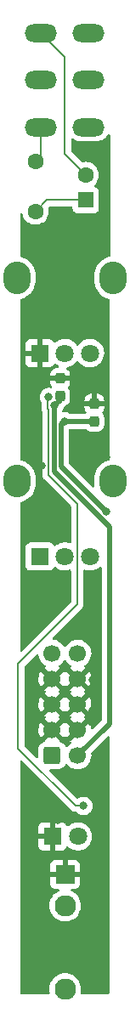
<source format=gbr>
%TF.GenerationSoftware,KiCad,Pcbnew,6.0.11+dfsg-1~bpo11+1*%
%TF.CreationDate,2023-03-01T11:09:29+08:00*%
%TF.ProjectId,MiniLFO v1.0 - Main,4d696e69-4c46-44f2-9076-312e30202d20,rev?*%
%TF.SameCoordinates,Original*%
%TF.FileFunction,Copper,L1,Top*%
%TF.FilePolarity,Positive*%
%FSLAX46Y46*%
G04 Gerber Fmt 4.6, Leading zero omitted, Abs format (unit mm)*
G04 Created by KiCad (PCBNEW 6.0.11+dfsg-1~bpo11+1) date 2023-03-01 11:09:29*
%MOMM*%
%LPD*%
G01*
G04 APERTURE LIST*
G04 Aperture macros list*
%AMRoundRect*
0 Rectangle with rounded corners*
0 $1 Rounding radius*
0 $2 $3 $4 $5 $6 $7 $8 $9 X,Y pos of 4 corners*
0 Add a 4 corners polygon primitive as box body*
4,1,4,$2,$3,$4,$5,$6,$7,$8,$9,$2,$3,0*
0 Add four circle primitives for the rounded corners*
1,1,$1+$1,$2,$3*
1,1,$1+$1,$4,$5*
1,1,$1+$1,$6,$7*
1,1,$1+$1,$8,$9*
0 Add four rect primitives between the rounded corners*
20,1,$1+$1,$2,$3,$4,$5,0*
20,1,$1+$1,$4,$5,$6,$7,0*
20,1,$1+$1,$6,$7,$8,$9,0*
20,1,$1+$1,$8,$9,$2,$3,0*%
G04 Aperture macros list end*
%TA.AperFunction,ComponentPad*%
%ADD10O,2.720000X3.240000*%
%TD*%
%TA.AperFunction,ComponentPad*%
%ADD11R,1.800000X1.800000*%
%TD*%
%TA.AperFunction,ComponentPad*%
%ADD12C,1.800000*%
%TD*%
%TA.AperFunction,ComponentPad*%
%ADD13R,1.930000X1.830000*%
%TD*%
%TA.AperFunction,ComponentPad*%
%ADD14C,2.130000*%
%TD*%
%TA.AperFunction,ComponentPad*%
%ADD15O,3.200000X1.800000*%
%TD*%
%TA.AperFunction,SMDPad,CuDef*%
%ADD16RoundRect,0.237500X0.237500X-0.300000X0.237500X0.300000X-0.237500X0.300000X-0.237500X-0.300000X0*%
%TD*%
%TA.AperFunction,SMDPad,CuDef*%
%ADD17RoundRect,0.237500X-0.237500X0.300000X-0.237500X-0.300000X0.237500X-0.300000X0.237500X0.300000X0*%
%TD*%
%TA.AperFunction,ComponentPad*%
%ADD18R,1.600000X1.600000*%
%TD*%
%TA.AperFunction,ComponentPad*%
%ADD19C,1.600000*%
%TD*%
%TA.AperFunction,ComponentPad*%
%ADD20RoundRect,0.250000X-0.600000X-0.600000X0.600000X-0.600000X0.600000X0.600000X-0.600000X0.600000X0*%
%TD*%
%TA.AperFunction,ComponentPad*%
%ADD21C,1.700000*%
%TD*%
%TA.AperFunction,ViaPad*%
%ADD22C,0.800000*%
%TD*%
%TA.AperFunction,Conductor*%
%ADD23C,0.500000*%
%TD*%
%TA.AperFunction,Conductor*%
%ADD24C,0.200000*%
%TD*%
G04 APERTURE END LIST*
D10*
%TO.P,TIME1,*%
%TO.N,*%
X160400000Y-111000000D03*
X170000000Y-111000000D03*
D11*
%TO.P,TIME1,1,1*%
%TO.N,Net-(R1-Pad1)*%
X162700000Y-118500000D03*
D12*
%TO.P,TIME1,2,2*%
%TO.N,Net-(R2-Pad1)*%
X165200000Y-118500000D03*
%TO.P,TIME1,3,3*%
%TO.N,Net-(R4-Pad2)*%
X167700000Y-118500000D03*
%TD*%
D10*
%TO.P,RANGE1,*%
%TO.N,*%
X160400000Y-90750000D03*
X170000000Y-90750000D03*
D11*
%TO.P,RANGE1,1,1*%
%TO.N,GND*%
X162700000Y-98250000D03*
D12*
%TO.P,RANGE1,2,2*%
%TO.N,Net-(RANGE1-Pad2)*%
X165200000Y-98250000D03*
%TO.P,RANGE1,3,3*%
%TO.N,TRI*%
X167700000Y-98250000D03*
%TD*%
D13*
%TO.P,TRI_OUT1,S*%
%TO.N,GND*%
X165220000Y-150190000D03*
D14*
%TO.P,TRI_OUT1,T*%
%TO.N,Net-(R7-Pad1)*%
X165220000Y-161590000D03*
%TO.P,TRI_OUT1,TN*%
%TO.N,unconnected-(TRI_OUT1-PadTN)*%
X165220000Y-153290000D03*
%TD*%
D15*
%TO.P,RANGE_SW1,1,A*%
%TO.N,Net-(C1-Pad2)*%
X162773000Y-66340000D03*
%TO.P,RANGE_SW1,2,B*%
%TO.N,TRI*%
X162773000Y-71040000D03*
%TO.P,RANGE_SW1,3,C*%
%TO.N,Net-(C2-Pad2)*%
X162773000Y-75740000D03*
%TO.P,RANGE_SW1,4*%
%TO.N,N/C*%
X167573000Y-66340000D03*
%TO.P,RANGE_SW1,5*%
X167573000Y-71040000D03*
%TO.P,RANGE_SW1,6*%
X167573000Y-75740000D03*
%TD*%
D16*
%TO.P,C5,1*%
%TO.N,-12V*%
X164720000Y-102502500D03*
%TO.P,C5,2*%
%TO.N,GND*%
X164720000Y-100777500D03*
%TD*%
D17*
%TO.P,C4,1*%
%TO.N,GND*%
X168130000Y-103297500D03*
%TO.P,C4,2*%
%TO.N,+12V*%
X168130000Y-105022500D03*
%TD*%
D11*
%TO.P,D1,1,KA*%
%TO.N,GND*%
X163943000Y-146390000D03*
D12*
%TO.P,D1,2,AK*%
%TO.N,Net-(D1-Pad2)*%
X166483000Y-146390000D03*
%TD*%
D18*
%TO.P,C1,1*%
%TO.N,Net-(C1-Pad1)*%
X167273000Y-82993113D03*
D19*
%TO.P,C1,2*%
%TO.N,Net-(C1-Pad2)*%
X167273000Y-80493113D03*
%TD*%
%TO.P,C2,1*%
%TO.N,Net-(C1-Pad1)*%
X162270000Y-84140000D03*
%TO.P,C2,2*%
%TO.N,Net-(C2-Pad2)*%
X162270000Y-79140000D03*
%TD*%
D20*
%TO.P,J1,1,Pin_1*%
%TO.N,-12V*%
X163930000Y-138330000D03*
D21*
%TO.P,J1,2,Pin_2*%
X166470000Y-138330000D03*
%TO.P,J1,3,Pin_3*%
%TO.N,GND*%
X163930000Y-135790000D03*
%TO.P,J1,4,Pin_4*%
X166470000Y-135790000D03*
%TO.P,J1,5,Pin_5*%
X163930000Y-133250000D03*
%TO.P,J1,6,Pin_6*%
X166470000Y-133250000D03*
%TO.P,J1,7,Pin_7*%
X163930000Y-130710000D03*
%TO.P,J1,8,Pin_8*%
X166470000Y-130710000D03*
%TO.P,J1,9,Pin_9*%
%TO.N,+12V*%
X163930000Y-128170000D03*
%TO.P,J1,10,Pin_10*%
X166470000Y-128170000D03*
%TD*%
D22*
%TO.N,+12V*%
X165160000Y-105030000D03*
X169330797Y-114069203D03*
%TO.N,-12V*%
X164170422Y-103476111D03*
%TO.N,GND*%
X168445330Y-123233914D03*
X168350000Y-152410000D03*
X163260000Y-94920000D03*
X163010000Y-87580000D03*
X168110000Y-132210000D03*
X162860000Y-90450000D03*
X162040000Y-129670000D03*
X166080000Y-141290000D03*
X162010000Y-134920000D03*
X164480000Y-123600000D03*
X162200000Y-152560000D03*
X162910000Y-114250000D03*
X169160000Y-99260000D03*
X165790000Y-144470000D03*
X161890000Y-133690000D03*
X164210000Y-156950000D03*
X168820000Y-138460000D03*
X162891498Y-109420000D03*
X168080000Y-155900000D03*
X162280000Y-155030000D03*
X169290000Y-108590000D03*
X165090000Y-122560000D03*
X167280000Y-125490000D03*
X168890000Y-96560000D03*
X166450000Y-87490000D03*
X161860000Y-131080000D03*
X165550000Y-126150000D03*
X167600000Y-157470000D03*
X161950000Y-95590000D03*
X161320000Y-116920000D03*
X164020000Y-115310000D03*
X161700000Y-86430000D03*
X163930000Y-142670000D03*
X162900000Y-92630000D03*
X161730000Y-87870000D03*
X162100000Y-137360000D03*
X168070000Y-88180000D03*
X168380000Y-142420000D03*
X161750000Y-125800000D03*
X162740000Y-143449500D03*
X168990000Y-101000000D03*
X167940000Y-130820000D03*
X167800000Y-140410000D03*
X168520000Y-154310000D03*
X167090000Y-85030000D03*
X166080000Y-158660000D03*
X162560000Y-116410000D03*
X167080000Y-150840000D03*
X168720000Y-141320000D03*
X167990000Y-133850000D03*
X161750000Y-124060000D03*
X167450000Y-121850000D03*
X166579027Y-140319474D03*
X167130000Y-92030000D03*
X161800000Y-136300000D03*
X162590000Y-149720000D03*
X167890000Y-134990000D03*
X169020000Y-107100000D03*
X164466779Y-144756779D03*
X161900000Y-132380000D03*
X164530500Y-95890000D03*
X162520000Y-141340000D03*
X166560000Y-109270000D03*
X168480000Y-84970000D03*
X168080000Y-128840000D03*
X161810000Y-151160000D03*
X167990000Y-160740000D03*
X162050000Y-93640000D03*
X166500000Y-89920000D03*
X168810000Y-86840000D03*
X167304372Y-124374872D03*
X168520000Y-149070000D03*
X165130000Y-156710000D03*
X168770000Y-158350000D03*
X161690000Y-122580000D03*
%TO.N,Net-(R8-Pad2)*%
X163590000Y-102620000D03*
X167050000Y-143350000D03*
%TD*%
D23*
%TO.N,+12V*%
X164840000Y-109578406D02*
X164840000Y-105350000D01*
X168122500Y-105030000D02*
X165160000Y-105030000D01*
X164840000Y-105350000D02*
X165160000Y-105030000D01*
X169330797Y-114069203D02*
X164840000Y-109578406D01*
X168130000Y-105022500D02*
X168122500Y-105030000D01*
%TO.N,-12V*%
X164720000Y-102502500D02*
X164720000Y-102926533D01*
X169629501Y-115569501D02*
X164140499Y-110080499D01*
X166470000Y-138330000D02*
X169629501Y-135170499D01*
X169629501Y-135170499D02*
X169629501Y-115569501D01*
X164140499Y-110080499D02*
X164140499Y-103506034D01*
X164140499Y-103506034D02*
X164170422Y-103476111D01*
X164720000Y-102926533D02*
X164170422Y-103476111D01*
D24*
%TO.N,Net-(C1-Pad1)*%
X167266113Y-83000000D02*
X163410000Y-83000000D01*
X163410000Y-83000000D02*
X162270000Y-84140000D01*
X167273000Y-82993113D02*
X167266113Y-83000000D01*
%TO.N,Net-(C1-Pad2)*%
X165200000Y-78420113D02*
X165200000Y-68767000D01*
X167273000Y-80493113D02*
X165200000Y-78420113D01*
X165200000Y-68767000D02*
X162773000Y-66340000D01*
%TO.N,Net-(C2-Pad2)*%
X162773000Y-75740000D02*
X162773000Y-78637000D01*
X162773000Y-78637000D02*
X162270000Y-79140000D01*
%TO.N,Net-(R8-Pad2)*%
X163590998Y-103885930D02*
X163470922Y-103765854D01*
X166440000Y-113230000D02*
X163590998Y-110380998D01*
X167050000Y-143350000D02*
X166270000Y-143350000D01*
X160550000Y-137630000D02*
X160550000Y-129190000D01*
X166440000Y-123300000D02*
X166440000Y-113230000D01*
X163470922Y-103765854D02*
X163470922Y-102739078D01*
X160550000Y-129190000D02*
X166440000Y-123300000D01*
X166270000Y-143350000D02*
X160550000Y-137630000D01*
X163470922Y-102739078D02*
X163590000Y-102620000D01*
X163590998Y-110380998D02*
X163590998Y-103885930D01*
%TD*%
%TA.AperFunction,Conductor*%
%TO.N,GND*%
G36*
X169592438Y-136384409D02*
G01*
X169649274Y-136426956D01*
X169674085Y-136493476D01*
X169674406Y-136502526D01*
X169662046Y-161964061D01*
X169642011Y-162032172D01*
X169588333Y-162078639D01*
X169536046Y-162090000D01*
X166878003Y-162090000D01*
X166809882Y-162069998D01*
X166763389Y-162016342D01*
X166753285Y-161946068D01*
X166755484Y-161934586D01*
X166777779Y-161841724D01*
X166777780Y-161841718D01*
X166778934Y-161836911D01*
X166798366Y-161590000D01*
X166778934Y-161343089D01*
X166777780Y-161338282D01*
X166777779Y-161338276D01*
X166722270Y-161107070D01*
X166721115Y-161102258D01*
X166626334Y-160873437D01*
X166496925Y-160662260D01*
X166336073Y-160473927D01*
X166147740Y-160313075D01*
X165936563Y-160183666D01*
X165931993Y-160181773D01*
X165931989Y-160181771D01*
X165712315Y-160090779D01*
X165712313Y-160090778D01*
X165707742Y-160088885D01*
X165622830Y-160068499D01*
X165471724Y-160032221D01*
X165471718Y-160032220D01*
X165466911Y-160031066D01*
X165220000Y-160011634D01*
X164973089Y-160031066D01*
X164968282Y-160032220D01*
X164968276Y-160032221D01*
X164817170Y-160068499D01*
X164732258Y-160088885D01*
X164727687Y-160090778D01*
X164727685Y-160090779D01*
X164508011Y-160181771D01*
X164508007Y-160181773D01*
X164503437Y-160183666D01*
X164292260Y-160313075D01*
X164103927Y-160473927D01*
X163943075Y-160662260D01*
X163813666Y-160873437D01*
X163718885Y-161102258D01*
X163717730Y-161107070D01*
X163662221Y-161338276D01*
X163662220Y-161338282D01*
X163661066Y-161343089D01*
X163641634Y-161590000D01*
X163661066Y-161836911D01*
X163662220Y-161841718D01*
X163662221Y-161841724D01*
X163684516Y-161934586D01*
X163680969Y-162005493D01*
X163639649Y-162063228D01*
X163573676Y-162089458D01*
X163561997Y-162090000D01*
X160854500Y-162090000D01*
X160786379Y-162069998D01*
X160739886Y-162016342D01*
X160728500Y-161964000D01*
X160728500Y-153290000D01*
X163641634Y-153290000D01*
X163661066Y-153536911D01*
X163662220Y-153541718D01*
X163662221Y-153541724D01*
X163698499Y-153692830D01*
X163718885Y-153777742D01*
X163813666Y-154006563D01*
X163943075Y-154217740D01*
X164103927Y-154406073D01*
X164292260Y-154566925D01*
X164503437Y-154696334D01*
X164508007Y-154698227D01*
X164508011Y-154698229D01*
X164727685Y-154789221D01*
X164732258Y-154791115D01*
X164817170Y-154811501D01*
X164968276Y-154847779D01*
X164968282Y-154847780D01*
X164973089Y-154848934D01*
X165220000Y-154868366D01*
X165466911Y-154848934D01*
X165471718Y-154847780D01*
X165471724Y-154847779D01*
X165622830Y-154811501D01*
X165707742Y-154791115D01*
X165712315Y-154789221D01*
X165931989Y-154698229D01*
X165931993Y-154698227D01*
X165936563Y-154696334D01*
X166147740Y-154566925D01*
X166336073Y-154406073D01*
X166496925Y-154217740D01*
X166626334Y-154006563D01*
X166721115Y-153777742D01*
X166741501Y-153692830D01*
X166777779Y-153541724D01*
X166777780Y-153541718D01*
X166778934Y-153536911D01*
X166798366Y-153290000D01*
X166778934Y-153043089D01*
X166777780Y-153038282D01*
X166777779Y-153038276D01*
X166722270Y-152807070D01*
X166721115Y-152802258D01*
X166626334Y-152573437D01*
X166496925Y-152362260D01*
X166336073Y-152173927D01*
X166147740Y-152013075D01*
X165936563Y-151883666D01*
X165868342Y-151855408D01*
X165813062Y-151810859D01*
X165790641Y-151743496D01*
X165808199Y-151674705D01*
X165860162Y-151626326D01*
X165916561Y-151612999D01*
X166229669Y-151612999D01*
X166236490Y-151612629D01*
X166287352Y-151607105D01*
X166302604Y-151603479D01*
X166423054Y-151558324D01*
X166438649Y-151549786D01*
X166540724Y-151473285D01*
X166553285Y-151460724D01*
X166629786Y-151358649D01*
X166638324Y-151343054D01*
X166683478Y-151222606D01*
X166687105Y-151207351D01*
X166692631Y-151156486D01*
X166693000Y-151149672D01*
X166693000Y-150462115D01*
X166688525Y-150446876D01*
X166687135Y-150445671D01*
X166679452Y-150444000D01*
X163765116Y-150444000D01*
X163749877Y-150448475D01*
X163748672Y-150449865D01*
X163747001Y-150457548D01*
X163747001Y-151149669D01*
X163747371Y-151156490D01*
X163752895Y-151207352D01*
X163756521Y-151222604D01*
X163801676Y-151343054D01*
X163810214Y-151358649D01*
X163886715Y-151460724D01*
X163899276Y-151473285D01*
X164001351Y-151549786D01*
X164016946Y-151558324D01*
X164137394Y-151603478D01*
X164152649Y-151607105D01*
X164203514Y-151612631D01*
X164210328Y-151613000D01*
X164523438Y-151613000D01*
X164591559Y-151633002D01*
X164638052Y-151686658D01*
X164648156Y-151756932D01*
X164618662Y-151821512D01*
X164571657Y-151855408D01*
X164543360Y-151867129D01*
X164508011Y-151881771D01*
X164508007Y-151881773D01*
X164503437Y-151883666D01*
X164292260Y-152013075D01*
X164103927Y-152173927D01*
X163943075Y-152362260D01*
X163813666Y-152573437D01*
X163718885Y-152802258D01*
X163717730Y-152807070D01*
X163662221Y-153038276D01*
X163662220Y-153038282D01*
X163661066Y-153043089D01*
X163641634Y-153290000D01*
X160728500Y-153290000D01*
X160728500Y-149917885D01*
X163747000Y-149917885D01*
X163751475Y-149933124D01*
X163752865Y-149934329D01*
X163760548Y-149936000D01*
X164947885Y-149936000D01*
X164963124Y-149931525D01*
X164964329Y-149930135D01*
X164966000Y-149922452D01*
X164966000Y-149917885D01*
X165474000Y-149917885D01*
X165478475Y-149933124D01*
X165479865Y-149934329D01*
X165487548Y-149936000D01*
X166674884Y-149936000D01*
X166690123Y-149931525D01*
X166691328Y-149930135D01*
X166692999Y-149922452D01*
X166692999Y-149230331D01*
X166692629Y-149223510D01*
X166687105Y-149172648D01*
X166683479Y-149157396D01*
X166638324Y-149036946D01*
X166629786Y-149021351D01*
X166553285Y-148919276D01*
X166540724Y-148906715D01*
X166438649Y-148830214D01*
X166423054Y-148821676D01*
X166302606Y-148776522D01*
X166287351Y-148772895D01*
X166236486Y-148767369D01*
X166229672Y-148767000D01*
X165492115Y-148767000D01*
X165476876Y-148771475D01*
X165475671Y-148772865D01*
X165474000Y-148780548D01*
X165474000Y-149917885D01*
X164966000Y-149917885D01*
X164966000Y-148785116D01*
X164961525Y-148769877D01*
X164960135Y-148768672D01*
X164952452Y-148767001D01*
X164210331Y-148767001D01*
X164203510Y-148767371D01*
X164152648Y-148772895D01*
X164137396Y-148776521D01*
X164016946Y-148821676D01*
X164001351Y-148830214D01*
X163899276Y-148906715D01*
X163886715Y-148919276D01*
X163810214Y-149021351D01*
X163801676Y-149036946D01*
X163756522Y-149157394D01*
X163752895Y-149172649D01*
X163747369Y-149223514D01*
X163747000Y-149230328D01*
X163747000Y-149917885D01*
X160728500Y-149917885D01*
X160728500Y-147334669D01*
X162535001Y-147334669D01*
X162535371Y-147341490D01*
X162540895Y-147392352D01*
X162544521Y-147407604D01*
X162589676Y-147528054D01*
X162598214Y-147543649D01*
X162674715Y-147645724D01*
X162687276Y-147658285D01*
X162789351Y-147734786D01*
X162804946Y-147743324D01*
X162925394Y-147788478D01*
X162940649Y-147792105D01*
X162991514Y-147797631D01*
X162998328Y-147798000D01*
X163670885Y-147798000D01*
X163686124Y-147793525D01*
X163687329Y-147792135D01*
X163689000Y-147784452D01*
X163689000Y-147779884D01*
X164197000Y-147779884D01*
X164201475Y-147795123D01*
X164202865Y-147796328D01*
X164210548Y-147797999D01*
X164887669Y-147797999D01*
X164894490Y-147797629D01*
X164945352Y-147792105D01*
X164960604Y-147788479D01*
X165081054Y-147743324D01*
X165096649Y-147734786D01*
X165198724Y-147658285D01*
X165211285Y-147645724D01*
X165287786Y-147543649D01*
X165296324Y-147528054D01*
X165317773Y-147470840D01*
X165360415Y-147414075D01*
X165426977Y-147389376D01*
X165496325Y-147404584D01*
X165516240Y-147418126D01*
X165672349Y-147547730D01*
X165872322Y-147664584D01*
X166088694Y-147747209D01*
X166093760Y-147748240D01*
X166093761Y-147748240D01*
X166146846Y-147759040D01*
X166315656Y-147793385D01*
X166446324Y-147798176D01*
X166541949Y-147801683D01*
X166541953Y-147801683D01*
X166547113Y-147801872D01*
X166552233Y-147801216D01*
X166552235Y-147801216D01*
X166651668Y-147788478D01*
X166776847Y-147772442D01*
X166781795Y-147770957D01*
X166781802Y-147770956D01*
X166993747Y-147707369D01*
X166998690Y-147705886D01*
X167079236Y-147666427D01*
X167202049Y-147606262D01*
X167202052Y-147606260D01*
X167206684Y-147603991D01*
X167395243Y-147469494D01*
X167559303Y-147306005D01*
X167694458Y-147117917D01*
X167797078Y-146910280D01*
X167864408Y-146688671D01*
X167894640Y-146459041D01*
X167896327Y-146390000D01*
X167890032Y-146313434D01*
X167877773Y-146164318D01*
X167877772Y-146164312D01*
X167877349Y-146159167D01*
X167820925Y-145934533D01*
X167728570Y-145722131D01*
X167602764Y-145527665D01*
X167446887Y-145356358D01*
X167442836Y-145353159D01*
X167442832Y-145353155D01*
X167269177Y-145216011D01*
X167269172Y-145216008D01*
X167265123Y-145212810D01*
X167260607Y-145210317D01*
X167260604Y-145210315D01*
X167066879Y-145103373D01*
X167066875Y-145103371D01*
X167062355Y-145100876D01*
X167057486Y-145099152D01*
X167057482Y-145099150D01*
X166848903Y-145025288D01*
X166848899Y-145025287D01*
X166844028Y-145023562D01*
X166838935Y-145022655D01*
X166838932Y-145022654D01*
X166621095Y-144983851D01*
X166621089Y-144983850D01*
X166616006Y-144982945D01*
X166538644Y-144982000D01*
X166389581Y-144980179D01*
X166389579Y-144980179D01*
X166384411Y-144980116D01*
X166155464Y-145015150D01*
X165935314Y-145087106D01*
X165930726Y-145089494D01*
X165930722Y-145089496D01*
X165734461Y-145191663D01*
X165729872Y-145194052D01*
X165725739Y-145197155D01*
X165725736Y-145197157D01*
X165548790Y-145330012D01*
X165544655Y-145333117D01*
X165541083Y-145336855D01*
X165526787Y-145351815D01*
X165465263Y-145387245D01*
X165394351Y-145383788D01*
X165336564Y-145342543D01*
X165317711Y-145308994D01*
X165296324Y-145251946D01*
X165287786Y-145236351D01*
X165211285Y-145134276D01*
X165198724Y-145121715D01*
X165096649Y-145045214D01*
X165081054Y-145036676D01*
X164960606Y-144991522D01*
X164945351Y-144987895D01*
X164894486Y-144982369D01*
X164887672Y-144982000D01*
X164215115Y-144982000D01*
X164199876Y-144986475D01*
X164198671Y-144987865D01*
X164197000Y-144995548D01*
X164197000Y-147779884D01*
X163689000Y-147779884D01*
X163689000Y-146662115D01*
X163684525Y-146646876D01*
X163683135Y-146645671D01*
X163675452Y-146644000D01*
X162553116Y-146644000D01*
X162537877Y-146648475D01*
X162536672Y-146649865D01*
X162535001Y-146657548D01*
X162535001Y-147334669D01*
X160728500Y-147334669D01*
X160728500Y-146117885D01*
X162535000Y-146117885D01*
X162539475Y-146133124D01*
X162540865Y-146134329D01*
X162548548Y-146136000D01*
X163670885Y-146136000D01*
X163686124Y-146131525D01*
X163687329Y-146130135D01*
X163689000Y-146122452D01*
X163689000Y-145000116D01*
X163684525Y-144984877D01*
X163683135Y-144983672D01*
X163675452Y-144982001D01*
X162998331Y-144982001D01*
X162991510Y-144982371D01*
X162940648Y-144987895D01*
X162925396Y-144991521D01*
X162804946Y-145036676D01*
X162789351Y-145045214D01*
X162687276Y-145121715D01*
X162674715Y-145134276D01*
X162598214Y-145236351D01*
X162589676Y-145251946D01*
X162544522Y-145372394D01*
X162540895Y-145387649D01*
X162535369Y-145438514D01*
X162535000Y-145445328D01*
X162535000Y-146117885D01*
X160728500Y-146117885D01*
X160728500Y-138973239D01*
X160748502Y-138905118D01*
X160802158Y-138858625D01*
X160872432Y-138848521D01*
X160937012Y-138878015D01*
X160943595Y-138884144D01*
X165805685Y-143746234D01*
X165816552Y-143758625D01*
X165836013Y-143783987D01*
X165842563Y-143789013D01*
X165867921Y-143808471D01*
X165867937Y-143808485D01*
X165917305Y-143846366D01*
X165963124Y-143881524D01*
X166111149Y-143942838D01*
X166270000Y-143963751D01*
X166301699Y-143959578D01*
X166318144Y-143958500D01*
X166319290Y-143958500D01*
X166387411Y-143978502D01*
X166412926Y-144000189D01*
X166438747Y-144028866D01*
X166593248Y-144141118D01*
X166599276Y-144143802D01*
X166599278Y-144143803D01*
X166761681Y-144216109D01*
X166767712Y-144218794D01*
X166861112Y-144238647D01*
X166948056Y-144257128D01*
X166948061Y-144257128D01*
X166954513Y-144258500D01*
X167145487Y-144258500D01*
X167151939Y-144257128D01*
X167151944Y-144257128D01*
X167238888Y-144238647D01*
X167332288Y-144218794D01*
X167338319Y-144216109D01*
X167500722Y-144143803D01*
X167500724Y-144143802D01*
X167506752Y-144141118D01*
X167661253Y-144028866D01*
X167719883Y-143963751D01*
X167784621Y-143891852D01*
X167784622Y-143891851D01*
X167789040Y-143886944D01*
X167884527Y-143721556D01*
X167943542Y-143539928D01*
X167963504Y-143350000D01*
X167943542Y-143160072D01*
X167884527Y-142978444D01*
X167789040Y-142813056D01*
X167661253Y-142671134D01*
X167506752Y-142558882D01*
X167500724Y-142556198D01*
X167500722Y-142556197D01*
X167338319Y-142483891D01*
X167338318Y-142483891D01*
X167332288Y-142481206D01*
X167238887Y-142461353D01*
X167151944Y-142442872D01*
X167151939Y-142442872D01*
X167145487Y-142441500D01*
X166954513Y-142441500D01*
X166948061Y-142442872D01*
X166948056Y-142442872D01*
X166861113Y-142461353D01*
X166767712Y-142481206D01*
X166761682Y-142483891D01*
X166761681Y-142483891D01*
X166599278Y-142556197D01*
X166599276Y-142556198D01*
X166593248Y-142558882D01*
X166565040Y-142579376D01*
X166533299Y-142602437D01*
X166466431Y-142626295D01*
X166397280Y-142610213D01*
X166370144Y-142589595D01*
X163684144Y-139903595D01*
X163650118Y-139841283D01*
X163655183Y-139770468D01*
X163697730Y-139713632D01*
X163764250Y-139688821D01*
X163773239Y-139688500D01*
X164580400Y-139688500D01*
X164583646Y-139688163D01*
X164583650Y-139688163D01*
X164679308Y-139678238D01*
X164679312Y-139678237D01*
X164686166Y-139677526D01*
X164692702Y-139675345D01*
X164692704Y-139675345D01*
X164846998Y-139623868D01*
X164853946Y-139621550D01*
X165004348Y-139528478D01*
X165129305Y-139403303D01*
X165222115Y-139252738D01*
X165224418Y-139245795D01*
X165226763Y-139240766D01*
X165273680Y-139187481D01*
X165341958Y-139168021D01*
X165409918Y-139188564D01*
X165436194Y-139211520D01*
X165512860Y-139300025D01*
X165516250Y-139303938D01*
X165688126Y-139446632D01*
X165881000Y-139559338D01*
X166089692Y-139639030D01*
X166094760Y-139640061D01*
X166094763Y-139640062D01*
X166202017Y-139661883D01*
X166308597Y-139683567D01*
X166313772Y-139683757D01*
X166313774Y-139683757D01*
X166526673Y-139691564D01*
X166526677Y-139691564D01*
X166531837Y-139691753D01*
X166536957Y-139691097D01*
X166536959Y-139691097D01*
X166748288Y-139664025D01*
X166748289Y-139664025D01*
X166753416Y-139663368D01*
X166758366Y-139661883D01*
X166962429Y-139600661D01*
X166962434Y-139600659D01*
X166967384Y-139599174D01*
X167167994Y-139500896D01*
X167349860Y-139371173D01*
X167508096Y-139213489D01*
X167638453Y-139032077D01*
X167667533Y-138973239D01*
X167735136Y-138836453D01*
X167735137Y-138836451D01*
X167737430Y-138831811D01*
X167802370Y-138618069D01*
X167831529Y-138396590D01*
X167833156Y-138330000D01*
X167815870Y-138119747D01*
X167830223Y-138050219D01*
X167852351Y-138020330D01*
X169459311Y-136413370D01*
X169521623Y-136379344D01*
X169592438Y-136384409D01*
G37*
%TD.AperFunction*%
%TA.AperFunction,Conductor*%
G36*
X168789240Y-119507102D02*
G01*
X168846001Y-119549748D01*
X168870695Y-119616311D01*
X168871001Y-119625080D01*
X168871001Y-134804128D01*
X168850999Y-134872249D01*
X168834096Y-134893223D01*
X168032984Y-135694335D01*
X167970672Y-135728361D01*
X167899857Y-135723296D01*
X167843021Y-135680749D01*
X167818313Y-135615564D01*
X167814781Y-135572603D01*
X167813096Y-135562424D01*
X167761214Y-135355875D01*
X167757894Y-135346124D01*
X167672972Y-135150814D01*
X167668105Y-135141739D01*
X167603063Y-135041197D01*
X167592377Y-135031995D01*
X167582812Y-135036398D01*
X165716737Y-136902473D01*
X165709977Y-136914853D01*
X165715258Y-136921907D01*
X165761969Y-136949203D01*
X165810693Y-137000841D01*
X165823764Y-137070624D01*
X165797033Y-137136396D01*
X165756584Y-137169752D01*
X165743607Y-137176507D01*
X165739474Y-137179610D01*
X165739471Y-137179612D01*
X165569100Y-137307530D01*
X165564965Y-137310635D01*
X165473781Y-137406054D01*
X165431027Y-137450793D01*
X165369503Y-137486223D01*
X165298590Y-137482766D01*
X165240804Y-137441520D01*
X165225833Y-137417194D01*
X165223865Y-137412994D01*
X165221550Y-137406054D01*
X165128478Y-137255652D01*
X165003303Y-137130695D01*
X164910284Y-137073357D01*
X164858968Y-137041725D01*
X164858966Y-137041724D01*
X164852738Y-137037885D01*
X164798974Y-137020052D01*
X164777640Y-137012976D01*
X164719280Y-136972545D01*
X164708729Y-136947146D01*
X164706424Y-136948370D01*
X164680660Y-136899870D01*
X163942812Y-136162022D01*
X163928868Y-136154408D01*
X163927035Y-136154539D01*
X163920420Y-136158790D01*
X163176737Y-136902473D01*
X163153985Y-136944139D01*
X163151777Y-136954287D01*
X163101574Y-137004488D01*
X163081067Y-137013424D01*
X163006054Y-137038450D01*
X162855652Y-137131522D01*
X162730695Y-137256697D01*
X162726855Y-137262927D01*
X162726854Y-137262928D01*
X162642466Y-137399831D01*
X162637885Y-137407262D01*
X162582203Y-137575139D01*
X162571500Y-137679600D01*
X162571500Y-138486761D01*
X162551498Y-138554882D01*
X162497842Y-138601375D01*
X162427568Y-138611479D01*
X162362988Y-138581985D01*
X162356405Y-138575856D01*
X161195405Y-137414856D01*
X161161379Y-137352544D01*
X161158500Y-137325761D01*
X161158500Y-135761863D01*
X162568050Y-135761863D01*
X162580309Y-135974477D01*
X162581745Y-135984697D01*
X162628565Y-136192446D01*
X162631645Y-136202275D01*
X162711770Y-136399603D01*
X162716413Y-136408794D01*
X162796460Y-136539420D01*
X162806916Y-136548880D01*
X162815694Y-136545096D01*
X163557978Y-135802812D01*
X163564356Y-135791132D01*
X164294408Y-135791132D01*
X164294539Y-135792965D01*
X164298790Y-135799580D01*
X165040474Y-136541264D01*
X165052484Y-136547823D01*
X165064223Y-136538855D01*
X165098022Y-136491819D01*
X165099149Y-136492629D01*
X165146659Y-136448881D01*
X165216596Y-136436661D01*
X165282038Y-136464191D01*
X165309870Y-136496029D01*
X165336459Y-136539419D01*
X165346916Y-136548880D01*
X165355694Y-136545096D01*
X166097978Y-135802812D01*
X166105592Y-135788868D01*
X166105461Y-135787035D01*
X166101210Y-135780420D01*
X165359849Y-135039059D01*
X165348313Y-135032759D01*
X165336028Y-135042384D01*
X165303192Y-135090520D01*
X165248281Y-135135523D01*
X165177756Y-135143694D01*
X165114009Y-135112440D01*
X165093311Y-135087955D01*
X165063062Y-135041197D01*
X165052377Y-135031995D01*
X165042812Y-135036398D01*
X164302022Y-135777188D01*
X164294408Y-135791132D01*
X163564356Y-135791132D01*
X163565592Y-135788868D01*
X163565461Y-135787035D01*
X163561210Y-135780420D01*
X162819849Y-135039059D01*
X162808313Y-135032759D01*
X162796031Y-135042382D01*
X162748089Y-135112662D01*
X162743004Y-135121613D01*
X162653338Y-135314783D01*
X162649775Y-135324470D01*
X162592864Y-135529681D01*
X162590933Y-135539800D01*
X162568302Y-135751574D01*
X162568050Y-135761863D01*
X161158500Y-135761863D01*
X161158500Y-134374853D01*
X163169977Y-134374853D01*
X163175258Y-134381907D01*
X163222479Y-134409501D01*
X163271203Y-134461139D01*
X163284274Y-134530922D01*
X163257543Y-134596694D01*
X163217087Y-134630053D01*
X163208466Y-134634541D01*
X163199734Y-134640039D01*
X163179677Y-134655099D01*
X163171223Y-134666427D01*
X163177968Y-134678758D01*
X163917188Y-135417978D01*
X163931132Y-135425592D01*
X163932965Y-135425461D01*
X163939580Y-135421210D01*
X164683389Y-134677401D01*
X164690410Y-134664544D01*
X164683611Y-134655213D01*
X164679559Y-134652521D01*
X164642116Y-134631852D01*
X164592145Y-134581420D01*
X164577373Y-134511977D01*
X164602489Y-134445572D01*
X164629840Y-134418965D01*
X164679247Y-134383723D01*
X164686211Y-134374853D01*
X165709977Y-134374853D01*
X165715258Y-134381907D01*
X165762479Y-134409501D01*
X165811203Y-134461139D01*
X165824274Y-134530922D01*
X165797543Y-134596694D01*
X165757087Y-134630053D01*
X165748466Y-134634541D01*
X165739734Y-134640039D01*
X165719677Y-134655099D01*
X165711223Y-134666427D01*
X165717968Y-134678758D01*
X166457188Y-135417978D01*
X166471132Y-135425592D01*
X166472965Y-135425461D01*
X166479580Y-135421210D01*
X167223389Y-134677401D01*
X167230410Y-134664544D01*
X167223611Y-134655213D01*
X167219559Y-134652521D01*
X167182116Y-134631852D01*
X167132145Y-134581420D01*
X167117373Y-134511977D01*
X167142489Y-134445572D01*
X167169840Y-134418965D01*
X167219247Y-134383723D01*
X167227648Y-134373023D01*
X167220660Y-134359870D01*
X166482812Y-133622022D01*
X166468868Y-133614408D01*
X166467035Y-133614539D01*
X166460420Y-133618790D01*
X165716737Y-134362473D01*
X165709977Y-134374853D01*
X164686211Y-134374853D01*
X164687648Y-134373023D01*
X164680660Y-134359870D01*
X163942812Y-133622022D01*
X163928868Y-133614408D01*
X163927035Y-133614539D01*
X163920420Y-133618790D01*
X163176737Y-134362473D01*
X163169977Y-134374853D01*
X161158500Y-134374853D01*
X161158500Y-133221863D01*
X162568050Y-133221863D01*
X162580309Y-133434477D01*
X162581745Y-133444697D01*
X162628565Y-133652446D01*
X162631645Y-133662275D01*
X162711770Y-133859603D01*
X162716413Y-133868794D01*
X162796460Y-133999420D01*
X162806916Y-134008880D01*
X162815694Y-134005096D01*
X163557978Y-133262812D01*
X163564356Y-133251132D01*
X164294408Y-133251132D01*
X164294539Y-133252965D01*
X164298790Y-133259580D01*
X165040474Y-134001264D01*
X165052484Y-134007823D01*
X165064223Y-133998855D01*
X165098022Y-133951819D01*
X165099149Y-133952629D01*
X165146659Y-133908881D01*
X165216596Y-133896661D01*
X165282038Y-133924191D01*
X165309870Y-133956029D01*
X165336459Y-133999419D01*
X165346916Y-134008880D01*
X165355694Y-134005096D01*
X166097978Y-133262812D01*
X166104356Y-133251132D01*
X166834408Y-133251132D01*
X166834539Y-133252965D01*
X166838790Y-133259580D01*
X167580474Y-134001264D01*
X167592484Y-134007823D01*
X167604223Y-133998855D01*
X167635004Y-133956019D01*
X167640315Y-133947180D01*
X167734670Y-133756267D01*
X167738469Y-133746672D01*
X167800376Y-133542915D01*
X167802555Y-133532834D01*
X167830590Y-133319887D01*
X167831109Y-133313212D01*
X167832572Y-133253364D01*
X167832378Y-133246646D01*
X167814781Y-133032604D01*
X167813096Y-133022424D01*
X167761214Y-132815875D01*
X167757894Y-132806124D01*
X167672972Y-132610814D01*
X167668105Y-132601739D01*
X167603063Y-132501197D01*
X167592377Y-132491995D01*
X167582812Y-132496398D01*
X166842022Y-133237188D01*
X166834408Y-133251132D01*
X166104356Y-133251132D01*
X166105592Y-133248868D01*
X166105461Y-133247035D01*
X166101210Y-133240420D01*
X165359849Y-132499059D01*
X165348313Y-132492759D01*
X165336028Y-132502384D01*
X165303192Y-132550520D01*
X165248281Y-132595523D01*
X165177756Y-132603694D01*
X165114009Y-132572440D01*
X165093311Y-132547955D01*
X165063062Y-132501197D01*
X165052377Y-132491995D01*
X165042812Y-132496398D01*
X164302022Y-133237188D01*
X164294408Y-133251132D01*
X163564356Y-133251132D01*
X163565592Y-133248868D01*
X163565461Y-133247035D01*
X163561210Y-133240420D01*
X162819849Y-132499059D01*
X162808313Y-132492759D01*
X162796031Y-132502382D01*
X162748089Y-132572662D01*
X162743004Y-132581613D01*
X162653338Y-132774783D01*
X162649775Y-132784470D01*
X162592864Y-132989681D01*
X162590933Y-132999800D01*
X162568302Y-133211574D01*
X162568050Y-133221863D01*
X161158500Y-133221863D01*
X161158500Y-131834853D01*
X163169977Y-131834853D01*
X163175258Y-131841907D01*
X163222479Y-131869501D01*
X163271203Y-131921139D01*
X163284274Y-131990922D01*
X163257543Y-132056694D01*
X163217087Y-132090053D01*
X163208466Y-132094541D01*
X163199734Y-132100039D01*
X163179677Y-132115099D01*
X163171223Y-132126427D01*
X163177968Y-132138758D01*
X163917188Y-132877978D01*
X163931132Y-132885592D01*
X163932965Y-132885461D01*
X163939580Y-132881210D01*
X164683389Y-132137401D01*
X164690410Y-132124544D01*
X164683611Y-132115213D01*
X164679559Y-132112521D01*
X164642116Y-132091852D01*
X164592145Y-132041420D01*
X164577373Y-131971977D01*
X164602489Y-131905572D01*
X164629840Y-131878965D01*
X164679247Y-131843723D01*
X164686211Y-131834853D01*
X165709977Y-131834853D01*
X165715258Y-131841907D01*
X165762479Y-131869501D01*
X165811203Y-131921139D01*
X165824274Y-131990922D01*
X165797543Y-132056694D01*
X165757087Y-132090053D01*
X165748466Y-132094541D01*
X165739734Y-132100039D01*
X165719677Y-132115099D01*
X165711223Y-132126427D01*
X165717968Y-132138758D01*
X166457188Y-132877978D01*
X166471132Y-132885592D01*
X166472965Y-132885461D01*
X166479580Y-132881210D01*
X167223389Y-132137401D01*
X167230410Y-132124544D01*
X167223611Y-132115213D01*
X167219559Y-132112521D01*
X167182116Y-132091852D01*
X167132145Y-132041420D01*
X167117373Y-131971977D01*
X167142489Y-131905572D01*
X167169840Y-131878965D01*
X167219247Y-131843723D01*
X167227648Y-131833023D01*
X167220660Y-131819870D01*
X166482812Y-131082022D01*
X166468868Y-131074408D01*
X166467035Y-131074539D01*
X166460420Y-131078790D01*
X165716737Y-131822473D01*
X165709977Y-131834853D01*
X164686211Y-131834853D01*
X164687648Y-131833023D01*
X164680660Y-131819870D01*
X163942812Y-131082022D01*
X163928868Y-131074408D01*
X163927035Y-131074539D01*
X163920420Y-131078790D01*
X163176737Y-131822473D01*
X163169977Y-131834853D01*
X161158500Y-131834853D01*
X161158500Y-130681863D01*
X162568050Y-130681863D01*
X162580309Y-130894477D01*
X162581745Y-130904697D01*
X162628565Y-131112446D01*
X162631645Y-131122275D01*
X162711770Y-131319603D01*
X162716413Y-131328794D01*
X162796460Y-131459420D01*
X162806916Y-131468880D01*
X162815694Y-131465096D01*
X163557978Y-130722812D01*
X163564356Y-130711132D01*
X164294408Y-130711132D01*
X164294539Y-130712965D01*
X164298790Y-130719580D01*
X165040474Y-131461264D01*
X165052484Y-131467823D01*
X165064223Y-131458855D01*
X165098022Y-131411819D01*
X165099149Y-131412629D01*
X165146659Y-131368881D01*
X165216596Y-131356661D01*
X165282038Y-131384191D01*
X165309870Y-131416029D01*
X165336459Y-131459419D01*
X165346916Y-131468880D01*
X165355694Y-131465096D01*
X166097978Y-130722812D01*
X166104356Y-130711132D01*
X166834408Y-130711132D01*
X166834539Y-130712965D01*
X166838790Y-130719580D01*
X167580474Y-131461264D01*
X167592484Y-131467823D01*
X167604223Y-131458855D01*
X167635004Y-131416019D01*
X167640315Y-131407180D01*
X167734670Y-131216267D01*
X167738469Y-131206672D01*
X167800376Y-131002915D01*
X167802555Y-130992834D01*
X167830590Y-130779887D01*
X167831109Y-130773212D01*
X167832572Y-130713364D01*
X167832378Y-130706646D01*
X167814781Y-130492604D01*
X167813096Y-130482424D01*
X167761214Y-130275875D01*
X167757894Y-130266124D01*
X167672972Y-130070814D01*
X167668105Y-130061739D01*
X167603063Y-129961197D01*
X167592377Y-129951995D01*
X167582812Y-129956398D01*
X166842022Y-130697188D01*
X166834408Y-130711132D01*
X166104356Y-130711132D01*
X166105592Y-130708868D01*
X166105461Y-130707035D01*
X166101210Y-130700420D01*
X165359849Y-129959059D01*
X165348313Y-129952759D01*
X165336028Y-129962384D01*
X165303192Y-130010520D01*
X165248281Y-130055523D01*
X165177756Y-130063694D01*
X165114009Y-130032440D01*
X165093311Y-130007955D01*
X165063062Y-129961197D01*
X165052377Y-129951995D01*
X165042812Y-129956398D01*
X164302022Y-130697188D01*
X164294408Y-130711132D01*
X163564356Y-130711132D01*
X163565592Y-130708868D01*
X163565461Y-130707035D01*
X163561210Y-130700420D01*
X162819849Y-129959059D01*
X162808313Y-129952759D01*
X162796031Y-129962382D01*
X162748089Y-130032662D01*
X162743004Y-130041613D01*
X162653338Y-130234783D01*
X162649775Y-130244470D01*
X162592864Y-130449681D01*
X162590933Y-130459800D01*
X162568302Y-130671574D01*
X162568050Y-130681863D01*
X161158500Y-130681863D01*
X161158500Y-129494239D01*
X161178502Y-129426118D01*
X161195405Y-129405144D01*
X162362904Y-128237645D01*
X162425216Y-128203619D01*
X162496031Y-128208684D01*
X162552867Y-128251231D01*
X162577790Y-128319485D01*
X162580110Y-128359715D01*
X162581247Y-128364761D01*
X162581248Y-128364767D01*
X162601119Y-128452939D01*
X162629222Y-128577639D01*
X162713266Y-128784616D01*
X162764019Y-128867438D01*
X162827291Y-128970688D01*
X162829987Y-128975088D01*
X162976250Y-129143938D01*
X163148126Y-129286632D01*
X163221955Y-129329774D01*
X163270679Y-129381412D01*
X163283750Y-129451195D01*
X163257019Y-129516967D01*
X163216562Y-129550327D01*
X163208460Y-129554544D01*
X163199734Y-129560039D01*
X163179677Y-129575099D01*
X163171223Y-129586427D01*
X163177968Y-129598758D01*
X163917188Y-130337978D01*
X163931132Y-130345592D01*
X163932965Y-130345461D01*
X163939580Y-130341210D01*
X164683389Y-129597401D01*
X164690410Y-129584544D01*
X164683611Y-129575213D01*
X164679559Y-129572521D01*
X164642602Y-129552120D01*
X164592631Y-129501687D01*
X164577859Y-129432245D01*
X164602975Y-129365839D01*
X164630327Y-129339232D01*
X164653797Y-129322491D01*
X164809860Y-129211173D01*
X164968096Y-129053489D01*
X165027594Y-128970689D01*
X165098453Y-128872077D01*
X165099776Y-128873028D01*
X165146645Y-128829857D01*
X165216580Y-128817625D01*
X165282026Y-128845144D01*
X165309875Y-128876994D01*
X165369987Y-128975088D01*
X165516250Y-129143938D01*
X165688126Y-129286632D01*
X165761955Y-129329774D01*
X165810679Y-129381412D01*
X165823750Y-129451195D01*
X165797019Y-129516967D01*
X165756562Y-129550327D01*
X165748460Y-129554544D01*
X165739734Y-129560039D01*
X165719677Y-129575099D01*
X165711223Y-129586427D01*
X165717968Y-129598758D01*
X166457188Y-130337978D01*
X166471132Y-130345592D01*
X166472965Y-130345461D01*
X166479580Y-130341210D01*
X167223389Y-129597401D01*
X167230410Y-129584544D01*
X167223611Y-129575213D01*
X167219559Y-129572521D01*
X167182602Y-129552120D01*
X167132631Y-129501687D01*
X167117859Y-129432245D01*
X167142975Y-129365839D01*
X167170327Y-129339232D01*
X167193797Y-129322491D01*
X167349860Y-129211173D01*
X167508096Y-129053489D01*
X167567594Y-128970689D01*
X167635435Y-128876277D01*
X167638453Y-128872077D01*
X167659320Y-128829857D01*
X167735136Y-128676453D01*
X167735137Y-128676451D01*
X167737430Y-128671811D01*
X167802370Y-128458069D01*
X167831529Y-128236590D01*
X167833156Y-128170000D01*
X167814852Y-127947361D01*
X167760431Y-127730702D01*
X167671354Y-127525840D01*
X167550014Y-127338277D01*
X167399670Y-127173051D01*
X167395619Y-127169852D01*
X167395615Y-127169848D01*
X167228414Y-127037800D01*
X167228410Y-127037798D01*
X167224359Y-127034598D01*
X167028789Y-126926638D01*
X167023920Y-126924914D01*
X167023916Y-126924912D01*
X166823087Y-126853795D01*
X166823083Y-126853794D01*
X166818212Y-126852069D01*
X166813119Y-126851162D01*
X166813116Y-126851161D01*
X166603373Y-126813800D01*
X166603367Y-126813799D01*
X166598284Y-126812894D01*
X166524452Y-126811992D01*
X166380081Y-126810228D01*
X166380079Y-126810228D01*
X166374911Y-126810165D01*
X166154091Y-126843955D01*
X165941756Y-126913357D01*
X165743607Y-127016507D01*
X165739474Y-127019610D01*
X165739471Y-127019612D01*
X165715247Y-127037800D01*
X165564965Y-127150635D01*
X165410629Y-127312138D01*
X165303201Y-127469621D01*
X165248293Y-127514621D01*
X165177768Y-127522792D01*
X165114021Y-127491538D01*
X165093324Y-127467054D01*
X165012822Y-127342617D01*
X165012820Y-127342614D01*
X165010014Y-127338277D01*
X164859670Y-127173051D01*
X164855619Y-127169852D01*
X164855615Y-127169848D01*
X164688414Y-127037800D01*
X164688410Y-127037798D01*
X164684359Y-127034598D01*
X164488789Y-126926638D01*
X164483920Y-126924914D01*
X164483916Y-126924912D01*
X164283087Y-126853795D01*
X164283083Y-126853794D01*
X164278212Y-126852069D01*
X164273119Y-126851162D01*
X164273116Y-126851161D01*
X164066358Y-126814332D01*
X164002800Y-126782694D01*
X163966437Y-126721717D01*
X163968814Y-126650760D01*
X163999359Y-126601190D01*
X166836234Y-123764315D01*
X166848625Y-123753448D01*
X166867437Y-123739013D01*
X166873987Y-123733987D01*
X166898474Y-123702075D01*
X166898478Y-123702071D01*
X166971524Y-123606876D01*
X167032838Y-123458851D01*
X167035391Y-123439457D01*
X167048500Y-123339885D01*
X167048500Y-123339880D01*
X167053750Y-123300000D01*
X167049578Y-123268307D01*
X167048500Y-123251864D01*
X167048500Y-119941985D01*
X167068502Y-119873864D01*
X167122158Y-119827371D01*
X167192432Y-119817267D01*
X167219449Y-119824275D01*
X167305694Y-119857209D01*
X167310760Y-119858240D01*
X167310761Y-119858240D01*
X167355892Y-119867422D01*
X167532656Y-119903385D01*
X167662089Y-119908131D01*
X167758949Y-119911683D01*
X167758953Y-119911683D01*
X167764113Y-119911872D01*
X167769233Y-119911216D01*
X167769235Y-119911216D01*
X167843166Y-119901745D01*
X167993847Y-119882442D01*
X167998795Y-119880957D01*
X167998802Y-119880956D01*
X168210747Y-119817369D01*
X168215690Y-119815886D01*
X168296236Y-119776427D01*
X168419049Y-119716262D01*
X168419052Y-119716260D01*
X168423684Y-119713991D01*
X168612243Y-119579494D01*
X168615898Y-119575852D01*
X168615906Y-119575845D01*
X168656062Y-119535829D01*
X168718433Y-119501913D01*
X168789240Y-119507102D01*
G37*
%TD.AperFunction*%
%TA.AperFunction,Conductor*%
G36*
X169658465Y-76460314D02*
G01*
X169697811Y-76519411D01*
X169703506Y-76556924D01*
X169700824Y-82082797D01*
X169699226Y-85375707D01*
X169697689Y-88541435D01*
X169677654Y-88609546D01*
X169623976Y-88656013D01*
X169601639Y-88663763D01*
X169424168Y-88707190D01*
X169419933Y-88708905D01*
X169419931Y-88708906D01*
X169177069Y-88807275D01*
X169172840Y-88808988D01*
X168938839Y-88946001D01*
X168727068Y-89115359D01*
X168723947Y-89118700D01*
X168599224Y-89252215D01*
X168541963Y-89313512D01*
X168387402Y-89536312D01*
X168385374Y-89540388D01*
X168385373Y-89540390D01*
X168303252Y-89705460D01*
X168266621Y-89779090D01*
X168182153Y-90036760D01*
X168135765Y-90303925D01*
X168131500Y-90389600D01*
X168131500Y-91078884D01*
X168131665Y-91081152D01*
X168131665Y-91081164D01*
X168139725Y-91192238D01*
X168146125Y-91280451D01*
X168147109Y-91284906D01*
X168147109Y-91284909D01*
X168186482Y-91463240D01*
X168204585Y-91545237D01*
X168300655Y-91798810D01*
X168432324Y-92035859D01*
X168596833Y-92251417D01*
X168790736Y-92440970D01*
X169009972Y-92600547D01*
X169249947Y-92726804D01*
X169254248Y-92728323D01*
X169254253Y-92728325D01*
X169311501Y-92748541D01*
X169505634Y-92817096D01*
X169510101Y-92817976D01*
X169510103Y-92817977D01*
X169593910Y-92834495D01*
X169656877Y-92867293D01*
X169692117Y-92928926D01*
X169695545Y-92958175D01*
X169689256Y-105911929D01*
X169687857Y-108793841D01*
X169667822Y-108861952D01*
X169614144Y-108908419D01*
X169591808Y-108916168D01*
X169424168Y-108957190D01*
X169419933Y-108958905D01*
X169419931Y-108958906D01*
X169177069Y-109057275D01*
X169172840Y-109058988D01*
X168938839Y-109196001D01*
X168727068Y-109365359D01*
X168723947Y-109368700D01*
X168599224Y-109502215D01*
X168541963Y-109563512D01*
X168387402Y-109786312D01*
X168385374Y-109790388D01*
X168385373Y-109790390D01*
X168303252Y-109955460D01*
X168266621Y-110029090D01*
X168182153Y-110286760D01*
X168181373Y-110291251D01*
X168181373Y-110291252D01*
X168139631Y-110531661D01*
X168135765Y-110553925D01*
X168131500Y-110639600D01*
X168131500Y-111328884D01*
X168131665Y-111331151D01*
X168131665Y-111331165D01*
X168143654Y-111496401D01*
X168128634Y-111565791D01*
X168078483Y-111616044D01*
X168009124Y-111631207D01*
X167942579Y-111606465D01*
X167928889Y-111594614D01*
X165635405Y-109301130D01*
X165601379Y-109238818D01*
X165598500Y-109212035D01*
X165598500Y-105914500D01*
X165618502Y-105846379D01*
X165672158Y-105799886D01*
X165724500Y-105788500D01*
X167251225Y-105788500D01*
X167319346Y-105808502D01*
X167340242Y-105825326D01*
X167426997Y-105911929D01*
X167575080Y-106003209D01*
X167740191Y-106057974D01*
X167747027Y-106058674D01*
X167747030Y-106058675D01*
X167798526Y-106063951D01*
X167842928Y-106068500D01*
X168417072Y-106068500D01*
X168420318Y-106068163D01*
X168420322Y-106068163D01*
X168514235Y-106058419D01*
X168514239Y-106058418D01*
X168521093Y-106057707D01*
X168527629Y-106055526D01*
X168527631Y-106055526D01*
X168660395Y-106011232D01*
X168686107Y-106002654D01*
X168834031Y-105911116D01*
X168898655Y-105846379D01*
X168951758Y-105793184D01*
X168951762Y-105793179D01*
X168956929Y-105788003D01*
X169048209Y-105639920D01*
X169102974Y-105474809D01*
X169113500Y-105372072D01*
X169113500Y-104672928D01*
X169102707Y-104568907D01*
X169047654Y-104403893D01*
X168956116Y-104255969D01*
X168948861Y-104248726D01*
X168947895Y-104246962D01*
X168946387Y-104245059D01*
X168946713Y-104244801D01*
X168914781Y-104186446D01*
X168919782Y-104115625D01*
X168948708Y-104070530D01*
X168951364Y-104067869D01*
X168960375Y-104056460D01*
X169043912Y-103920937D01*
X169050056Y-103907759D01*
X169100315Y-103756234D01*
X169103181Y-103742868D01*
X169112672Y-103650230D01*
X169113000Y-103643815D01*
X169113000Y-103569615D01*
X169108525Y-103554376D01*
X169107135Y-103553171D01*
X169099452Y-103551500D01*
X167165115Y-103551500D01*
X167149876Y-103555975D01*
X167148671Y-103557365D01*
X167147000Y-103565048D01*
X167147000Y-103643766D01*
X167147337Y-103650282D01*
X167157075Y-103744132D01*
X167159968Y-103757528D01*
X167210488Y-103908953D01*
X167216653Y-103922115D01*
X167300429Y-104057497D01*
X167308149Y-104067237D01*
X167334786Y-104133047D01*
X167321615Y-104202811D01*
X167272817Y-104254379D01*
X167209403Y-104271500D01*
X165702587Y-104271500D01*
X165628528Y-104247437D01*
X165622098Y-104242765D01*
X165622091Y-104242761D01*
X165616752Y-104238882D01*
X165610724Y-104236198D01*
X165610722Y-104236197D01*
X165448319Y-104163891D01*
X165448318Y-104163891D01*
X165442288Y-104161206D01*
X165348888Y-104141353D01*
X165261944Y-104122872D01*
X165261939Y-104122872D01*
X165255487Y-104121500D01*
X165065090Y-104121500D01*
X164996969Y-104101498D01*
X164950476Y-104047842D01*
X164940372Y-103977568D01*
X164955971Y-103932500D01*
X165001645Y-103853390D01*
X165001646Y-103853389D01*
X165004949Y-103847667D01*
X165059809Y-103678825D01*
X165090547Y-103628667D01*
X165195740Y-103523474D01*
X165244959Y-103493045D01*
X165276107Y-103482654D01*
X165424031Y-103391116D01*
X165429204Y-103385934D01*
X165541758Y-103273184D01*
X165541762Y-103273179D01*
X165546929Y-103268003D01*
X165638209Y-103119920D01*
X165669565Y-103025385D01*
X167147000Y-103025385D01*
X167151475Y-103040624D01*
X167152865Y-103041829D01*
X167160548Y-103043500D01*
X167857885Y-103043500D01*
X167873124Y-103039025D01*
X167874329Y-103037635D01*
X167876000Y-103029952D01*
X167876000Y-103025385D01*
X168384000Y-103025385D01*
X168388475Y-103040624D01*
X168389865Y-103041829D01*
X168397548Y-103043500D01*
X169094885Y-103043500D01*
X169110124Y-103039025D01*
X169111329Y-103037635D01*
X169113000Y-103029952D01*
X169113000Y-102951234D01*
X169112663Y-102944718D01*
X169102925Y-102850868D01*
X169100032Y-102837472D01*
X169049512Y-102686047D01*
X169043347Y-102672885D01*
X168959574Y-102537508D01*
X168950540Y-102526110D01*
X168837871Y-102413637D01*
X168826460Y-102404625D01*
X168690937Y-102321088D01*
X168677759Y-102314944D01*
X168526234Y-102264685D01*
X168512868Y-102261819D01*
X168420230Y-102252328D01*
X168413815Y-102252000D01*
X168402115Y-102252000D01*
X168386876Y-102256475D01*
X168385671Y-102257865D01*
X168384000Y-102265548D01*
X168384000Y-103025385D01*
X167876000Y-103025385D01*
X167876000Y-102270115D01*
X167871525Y-102254876D01*
X167870135Y-102253671D01*
X167862452Y-102252000D01*
X167846234Y-102252000D01*
X167839718Y-102252337D01*
X167745868Y-102262075D01*
X167732472Y-102264968D01*
X167581047Y-102315488D01*
X167567885Y-102321653D01*
X167432508Y-102405426D01*
X167421110Y-102414460D01*
X167308637Y-102527129D01*
X167299625Y-102538540D01*
X167216088Y-102674063D01*
X167209944Y-102687241D01*
X167159685Y-102838766D01*
X167156819Y-102852132D01*
X167147328Y-102944770D01*
X167147000Y-102951185D01*
X167147000Y-103025385D01*
X165669565Y-103025385D01*
X165692974Y-102954809D01*
X165703500Y-102852072D01*
X165703500Y-102152928D01*
X165696844Y-102088774D01*
X165693419Y-102055765D01*
X165693418Y-102055761D01*
X165692707Y-102048907D01*
X165637654Y-101883893D01*
X165546116Y-101735969D01*
X165538861Y-101728726D01*
X165537895Y-101726962D01*
X165536387Y-101725059D01*
X165536713Y-101724801D01*
X165504781Y-101666446D01*
X165509782Y-101595625D01*
X165538708Y-101550530D01*
X165541364Y-101547869D01*
X165550375Y-101536460D01*
X165633912Y-101400937D01*
X165640056Y-101387759D01*
X165690315Y-101236234D01*
X165693181Y-101222868D01*
X165702672Y-101130230D01*
X165703000Y-101123815D01*
X165703000Y-101049615D01*
X165698525Y-101034376D01*
X165697135Y-101033171D01*
X165689452Y-101031500D01*
X163755115Y-101031500D01*
X163739876Y-101035975D01*
X163738671Y-101037365D01*
X163737000Y-101045048D01*
X163737000Y-101123766D01*
X163737337Y-101130282D01*
X163747075Y-101224132D01*
X163749968Y-101237528D01*
X163800488Y-101388953D01*
X163806651Y-101402111D01*
X163890197Y-101537120D01*
X163909034Y-101605572D01*
X163887872Y-101673342D01*
X163833432Y-101718913D01*
X163756856Y-101726670D01*
X163739395Y-101722959D01*
X163691944Y-101712872D01*
X163691939Y-101712872D01*
X163685487Y-101711500D01*
X163494513Y-101711500D01*
X163488061Y-101712872D01*
X163488056Y-101712872D01*
X163403728Y-101730797D01*
X163307712Y-101751206D01*
X163301682Y-101753891D01*
X163301681Y-101753891D01*
X163139278Y-101826197D01*
X163139276Y-101826198D01*
X163133248Y-101828882D01*
X162978747Y-101941134D01*
X162850960Y-102083056D01*
X162755473Y-102248444D01*
X162696458Y-102430072D01*
X162676496Y-102620000D01*
X162696458Y-102809928D01*
X162755473Y-102991556D01*
X162758776Y-102997278D01*
X162758777Y-102997279D01*
X162845541Y-103147558D01*
X162862422Y-103210558D01*
X162862422Y-103717718D01*
X162861344Y-103734161D01*
X162857172Y-103765854D01*
X162862422Y-103805734D01*
X162862422Y-103805739D01*
X162867942Y-103847667D01*
X162878084Y-103924705D01*
X162939398Y-104072730D01*
X162944425Y-104079281D01*
X162956461Y-104094967D01*
X162982061Y-104161188D01*
X162982498Y-104171671D01*
X162982498Y-110332862D01*
X162981420Y-110349305D01*
X162977248Y-110380998D01*
X162982498Y-110420878D01*
X162982498Y-110420883D01*
X162988905Y-110469549D01*
X162998160Y-110539849D01*
X163059474Y-110687874D01*
X163064501Y-110694425D01*
X163064502Y-110694427D01*
X163132518Y-110783067D01*
X163132524Y-110783073D01*
X163157011Y-110814985D01*
X163163566Y-110820015D01*
X163182377Y-110834450D01*
X163194768Y-110845317D01*
X165794595Y-113445144D01*
X165828621Y-113507456D01*
X165831500Y-113534239D01*
X165831500Y-117051055D01*
X165811498Y-117119176D01*
X165757842Y-117165669D01*
X165687568Y-117175773D01*
X165663440Y-117169828D01*
X165565903Y-117135288D01*
X165565899Y-117135287D01*
X165561028Y-117133562D01*
X165555935Y-117132655D01*
X165555932Y-117132654D01*
X165338095Y-117093851D01*
X165338089Y-117093850D01*
X165333006Y-117092945D01*
X165260096Y-117092054D01*
X165106581Y-117090179D01*
X165106579Y-117090179D01*
X165101411Y-117090116D01*
X164872464Y-117125150D01*
X164652314Y-117197106D01*
X164647726Y-117199494D01*
X164647722Y-117199496D01*
X164451461Y-117301663D01*
X164446872Y-117304052D01*
X164442739Y-117307155D01*
X164442736Y-117307157D01*
X164261655Y-117443117D01*
X164260976Y-117442213D01*
X164201730Y-117470131D01*
X164131341Y-117460869D01*
X164077132Y-117415022D01*
X164064325Y-117389866D01*
X164053768Y-117361705D01*
X164053767Y-117361703D01*
X164050615Y-117353295D01*
X163963261Y-117236739D01*
X163846705Y-117149385D01*
X163710316Y-117098255D01*
X163648134Y-117091500D01*
X161751866Y-117091500D01*
X161689684Y-117098255D01*
X161553295Y-117149385D01*
X161436739Y-117236739D01*
X161349385Y-117353295D01*
X161298255Y-117489684D01*
X161291500Y-117551866D01*
X161291500Y-119448134D01*
X161298255Y-119510316D01*
X161349385Y-119646705D01*
X161436739Y-119763261D01*
X161553295Y-119850615D01*
X161689684Y-119901745D01*
X161751866Y-119908500D01*
X163648134Y-119908500D01*
X163710316Y-119901745D01*
X163846705Y-119850615D01*
X163963261Y-119763261D01*
X164050615Y-119646705D01*
X164065686Y-119606504D01*
X164108328Y-119549739D01*
X164174890Y-119525040D01*
X164244239Y-119540248D01*
X164264150Y-119553788D01*
X164389349Y-119657730D01*
X164589322Y-119774584D01*
X164805694Y-119857209D01*
X164810760Y-119858240D01*
X164810761Y-119858240D01*
X164855892Y-119867422D01*
X165032656Y-119903385D01*
X165162089Y-119908131D01*
X165258949Y-119911683D01*
X165258953Y-119911683D01*
X165264113Y-119911872D01*
X165269233Y-119911216D01*
X165269235Y-119911216D01*
X165343166Y-119901745D01*
X165493847Y-119882442D01*
X165498795Y-119880957D01*
X165498802Y-119880956D01*
X165669293Y-119829806D01*
X165740288Y-119829390D01*
X165800239Y-119867422D01*
X165830110Y-119931829D01*
X165831500Y-119950492D01*
X165831500Y-122995761D01*
X165811498Y-123063882D01*
X165794595Y-123084856D01*
X160943595Y-127935856D01*
X160881283Y-127969882D01*
X160810468Y-127964817D01*
X160753632Y-127922270D01*
X160728821Y-127855750D01*
X160728500Y-127846761D01*
X160728500Y-113202217D01*
X160748502Y-113134096D01*
X160802158Y-113087603D01*
X160824551Y-113079828D01*
X160975832Y-113042810D01*
X161056400Y-113010177D01*
X161222931Y-112942725D01*
X161222932Y-112942725D01*
X161227160Y-112941012D01*
X161461161Y-112803999D01*
X161672932Y-112634641D01*
X161676846Y-112630451D01*
X161854921Y-112439824D01*
X161854923Y-112439821D01*
X161858037Y-112436488D01*
X162012598Y-112213688D01*
X162133379Y-111970910D01*
X162217847Y-111713240D01*
X162218627Y-111708748D01*
X162263579Y-111449856D01*
X162263580Y-111449848D01*
X162264235Y-111446075D01*
X162268500Y-111360400D01*
X162268500Y-110671116D01*
X162266328Y-110641170D01*
X162254205Y-110474100D01*
X162253875Y-110469549D01*
X162252891Y-110465091D01*
X162196400Y-110209223D01*
X162196399Y-110209219D01*
X162195415Y-110204763D01*
X162099345Y-109951190D01*
X161967676Y-109714141D01*
X161803167Y-109498583D01*
X161609264Y-109309030D01*
X161547709Y-109264225D01*
X161393721Y-109152141D01*
X161390028Y-109149453D01*
X161150053Y-109023196D01*
X161145752Y-109021677D01*
X161145747Y-109021675D01*
X160967998Y-108958906D01*
X160894366Y-108932904D01*
X160830134Y-108920244D01*
X160767167Y-108887446D01*
X160731928Y-108825813D01*
X160728500Y-108796622D01*
X160728500Y-99194669D01*
X161292001Y-99194669D01*
X161292371Y-99201490D01*
X161297895Y-99252352D01*
X161301521Y-99267604D01*
X161346676Y-99388054D01*
X161355214Y-99403649D01*
X161431715Y-99505724D01*
X161444276Y-99518285D01*
X161546351Y-99594786D01*
X161561946Y-99603324D01*
X161682394Y-99648478D01*
X161697649Y-99652105D01*
X161748514Y-99657631D01*
X161755328Y-99658000D01*
X162427885Y-99658000D01*
X162443124Y-99653525D01*
X162444329Y-99652135D01*
X162446000Y-99644452D01*
X162446000Y-99639884D01*
X162954000Y-99639884D01*
X162958475Y-99655123D01*
X162959865Y-99656328D01*
X162967548Y-99657999D01*
X163644669Y-99657999D01*
X163651490Y-99657629D01*
X163702352Y-99652105D01*
X163717604Y-99648479D01*
X163838054Y-99603324D01*
X163853649Y-99594786D01*
X163955724Y-99518285D01*
X163968285Y-99505724D01*
X164044786Y-99403649D01*
X164053325Y-99388052D01*
X164065278Y-99356167D01*
X164107919Y-99299402D01*
X164174480Y-99274702D01*
X164243829Y-99289909D01*
X164263741Y-99303448D01*
X164389349Y-99407730D01*
X164393816Y-99410340D01*
X164542480Y-99497212D01*
X164591204Y-99548850D01*
X164604275Y-99618633D01*
X164577544Y-99684405D01*
X164519497Y-99725284D01*
X164478910Y-99732000D01*
X164436234Y-99732000D01*
X164429718Y-99732337D01*
X164335868Y-99742075D01*
X164322472Y-99744968D01*
X164171047Y-99795488D01*
X164157885Y-99801653D01*
X164022508Y-99885426D01*
X164011110Y-99894460D01*
X163898637Y-100007129D01*
X163889625Y-100018540D01*
X163806088Y-100154063D01*
X163799944Y-100167241D01*
X163749685Y-100318766D01*
X163746819Y-100332132D01*
X163737328Y-100424770D01*
X163737000Y-100431185D01*
X163737000Y-100505385D01*
X163741475Y-100520624D01*
X163742865Y-100521829D01*
X163750548Y-100523500D01*
X165684885Y-100523500D01*
X165700124Y-100519025D01*
X165701329Y-100517635D01*
X165703000Y-100509952D01*
X165703000Y-100431234D01*
X165702663Y-100424718D01*
X165692925Y-100330868D01*
X165690032Y-100317472D01*
X165639512Y-100166047D01*
X165633347Y-100152885D01*
X165549574Y-100017508D01*
X165540540Y-100006110D01*
X165427871Y-99893637D01*
X165416463Y-99884628D01*
X165394365Y-99871006D01*
X165346872Y-99818233D01*
X165335450Y-99748161D01*
X165363724Y-99683038D01*
X165422718Y-99643538D01*
X165444470Y-99638767D01*
X165493847Y-99632442D01*
X165498795Y-99630957D01*
X165498802Y-99630956D01*
X165710747Y-99567369D01*
X165715690Y-99565886D01*
X165796236Y-99526427D01*
X165919049Y-99466262D01*
X165919052Y-99466260D01*
X165923684Y-99463991D01*
X166112243Y-99329494D01*
X166276303Y-99166005D01*
X166345370Y-99069888D01*
X166401365Y-99026240D01*
X166472068Y-99019794D01*
X166535033Y-99052597D01*
X166555128Y-99077584D01*
X166556799Y-99080311D01*
X166556804Y-99080317D01*
X166559501Y-99084719D01*
X166711147Y-99259784D01*
X166889349Y-99407730D01*
X167089322Y-99524584D01*
X167305694Y-99607209D01*
X167310760Y-99608240D01*
X167310761Y-99608240D01*
X167361845Y-99618633D01*
X167532656Y-99653385D01*
X167663324Y-99658176D01*
X167758949Y-99661683D01*
X167758953Y-99661683D01*
X167764113Y-99661872D01*
X167769233Y-99661216D01*
X167769235Y-99661216D01*
X167868668Y-99648478D01*
X167993847Y-99632442D01*
X167998795Y-99630957D01*
X167998802Y-99630956D01*
X168210747Y-99567369D01*
X168215690Y-99565886D01*
X168296236Y-99526427D01*
X168419049Y-99466262D01*
X168419052Y-99466260D01*
X168423684Y-99463991D01*
X168612243Y-99329494D01*
X168776303Y-99166005D01*
X168911458Y-98977917D01*
X169014078Y-98770280D01*
X169081408Y-98548671D01*
X169111640Y-98319041D01*
X169113327Y-98250000D01*
X169107032Y-98173434D01*
X169094773Y-98024318D01*
X169094772Y-98024312D01*
X169094349Y-98019167D01*
X169037925Y-97794533D01*
X168945570Y-97582131D01*
X168819764Y-97387665D01*
X168663887Y-97216358D01*
X168659836Y-97213159D01*
X168659832Y-97213155D01*
X168486177Y-97076011D01*
X168486172Y-97076008D01*
X168482123Y-97072810D01*
X168477607Y-97070317D01*
X168477604Y-97070315D01*
X168283879Y-96963373D01*
X168283875Y-96963371D01*
X168279355Y-96960876D01*
X168274486Y-96959152D01*
X168274482Y-96959150D01*
X168065903Y-96885288D01*
X168065899Y-96885287D01*
X168061028Y-96883562D01*
X168055935Y-96882655D01*
X168055932Y-96882654D01*
X167838095Y-96843851D01*
X167838089Y-96843850D01*
X167833006Y-96842945D01*
X167755644Y-96842000D01*
X167606581Y-96840179D01*
X167606579Y-96840179D01*
X167601411Y-96840116D01*
X167372464Y-96875150D01*
X167152314Y-96947106D01*
X167147726Y-96949494D01*
X167147722Y-96949496D01*
X166951461Y-97051663D01*
X166946872Y-97054052D01*
X166942739Y-97057155D01*
X166942736Y-97057157D01*
X166765790Y-97190012D01*
X166761655Y-97193117D01*
X166601639Y-97360564D01*
X166554836Y-97429174D01*
X166499927Y-97474175D01*
X166429402Y-97482346D01*
X166365655Y-97451092D01*
X166344959Y-97426609D01*
X166322577Y-97392013D01*
X166322574Y-97392009D01*
X166319764Y-97387665D01*
X166163887Y-97216358D01*
X166159836Y-97213159D01*
X166159832Y-97213155D01*
X165986177Y-97076011D01*
X165986172Y-97076008D01*
X165982123Y-97072810D01*
X165977607Y-97070317D01*
X165977604Y-97070315D01*
X165783879Y-96963373D01*
X165783875Y-96963371D01*
X165779355Y-96960876D01*
X165774486Y-96959152D01*
X165774482Y-96959150D01*
X165565903Y-96885288D01*
X165565899Y-96885287D01*
X165561028Y-96883562D01*
X165555935Y-96882655D01*
X165555932Y-96882654D01*
X165338095Y-96843851D01*
X165338089Y-96843850D01*
X165333006Y-96842945D01*
X165255644Y-96842000D01*
X165106581Y-96840179D01*
X165106579Y-96840179D01*
X165101411Y-96840116D01*
X164872464Y-96875150D01*
X164652314Y-96947106D01*
X164647726Y-96949494D01*
X164647722Y-96949496D01*
X164451461Y-97051663D01*
X164446872Y-97054052D01*
X164442739Y-97057155D01*
X164442736Y-97057157D01*
X164265790Y-97190012D01*
X164261655Y-97193117D01*
X164261066Y-97192333D01*
X164201346Y-97220484D01*
X164130955Y-97211231D01*
X164076741Y-97165391D01*
X164063925Y-97140224D01*
X164053323Y-97111944D01*
X164044786Y-97096351D01*
X163968285Y-96994276D01*
X163955724Y-96981715D01*
X163853649Y-96905214D01*
X163838054Y-96896676D01*
X163717606Y-96851522D01*
X163702351Y-96847895D01*
X163651486Y-96842369D01*
X163644672Y-96842000D01*
X162972115Y-96842000D01*
X162956876Y-96846475D01*
X162955671Y-96847865D01*
X162954000Y-96855548D01*
X162954000Y-99639884D01*
X162446000Y-99639884D01*
X162446000Y-98522115D01*
X162441525Y-98506876D01*
X162440135Y-98505671D01*
X162432452Y-98504000D01*
X161310116Y-98504000D01*
X161294877Y-98508475D01*
X161293672Y-98509865D01*
X161292001Y-98517548D01*
X161292001Y-99194669D01*
X160728500Y-99194669D01*
X160728500Y-97977885D01*
X161292000Y-97977885D01*
X161296475Y-97993124D01*
X161297865Y-97994329D01*
X161305548Y-97996000D01*
X162427885Y-97996000D01*
X162443124Y-97991525D01*
X162444329Y-97990135D01*
X162446000Y-97982452D01*
X162446000Y-96860116D01*
X162441525Y-96844877D01*
X162440135Y-96843672D01*
X162432452Y-96842001D01*
X161755331Y-96842001D01*
X161748510Y-96842371D01*
X161697648Y-96847895D01*
X161682396Y-96851521D01*
X161561946Y-96896676D01*
X161546351Y-96905214D01*
X161444276Y-96981715D01*
X161431715Y-96994276D01*
X161355214Y-97096351D01*
X161346676Y-97111946D01*
X161301522Y-97232394D01*
X161297895Y-97247649D01*
X161292369Y-97298514D01*
X161292000Y-97305328D01*
X161292000Y-97977885D01*
X160728500Y-97977885D01*
X160728500Y-92952217D01*
X160748502Y-92884096D01*
X160802158Y-92837603D01*
X160824551Y-92829828D01*
X160975832Y-92792810D01*
X161085128Y-92748541D01*
X161222931Y-92692725D01*
X161222932Y-92692725D01*
X161227160Y-92691012D01*
X161461161Y-92553999D01*
X161672932Y-92384641D01*
X161794399Y-92254612D01*
X161854921Y-92189824D01*
X161854923Y-92189821D01*
X161858037Y-92186488D01*
X162012598Y-91963688D01*
X162094624Y-91798810D01*
X162131346Y-91724997D01*
X162131347Y-91724994D01*
X162133379Y-91720910D01*
X162217847Y-91463240D01*
X162264235Y-91196075D01*
X162268500Y-91110400D01*
X162268500Y-90421116D01*
X162266328Y-90391170D01*
X162254205Y-90224100D01*
X162253875Y-90219549D01*
X162252891Y-90215091D01*
X162196400Y-89959223D01*
X162196399Y-89959219D01*
X162195415Y-89954763D01*
X162099345Y-89701190D01*
X161967676Y-89464141D01*
X161803167Y-89248583D01*
X161609264Y-89059030D01*
X161390028Y-88899453D01*
X161150053Y-88773196D01*
X161145752Y-88771677D01*
X161145747Y-88771675D01*
X160967998Y-88708906D01*
X160894366Y-88682904D01*
X160830134Y-88670244D01*
X160767167Y-88637446D01*
X160731928Y-88575813D01*
X160728500Y-88546622D01*
X160728500Y-84399280D01*
X160748502Y-84331159D01*
X160802158Y-84284666D01*
X160872432Y-84274562D01*
X160937012Y-84304056D01*
X160975396Y-84363782D01*
X160976407Y-84368100D01*
X160976457Y-84368087D01*
X161035716Y-84589243D01*
X161038039Y-84594224D01*
X161038039Y-84594225D01*
X161130151Y-84791762D01*
X161130154Y-84791767D01*
X161132477Y-84796749D01*
X161263802Y-84984300D01*
X161425700Y-85146198D01*
X161430208Y-85149355D01*
X161430211Y-85149357D01*
X161508389Y-85204098D01*
X161613251Y-85277523D01*
X161618233Y-85279846D01*
X161618238Y-85279849D01*
X161815775Y-85371961D01*
X161820757Y-85374284D01*
X161826065Y-85375706D01*
X161826067Y-85375707D01*
X162036598Y-85432119D01*
X162036600Y-85432119D01*
X162041913Y-85433543D01*
X162270000Y-85453498D01*
X162498087Y-85433543D01*
X162503400Y-85432119D01*
X162503402Y-85432119D01*
X162713933Y-85375707D01*
X162713935Y-85375706D01*
X162719243Y-85374284D01*
X162724225Y-85371961D01*
X162921762Y-85279849D01*
X162921767Y-85279846D01*
X162926749Y-85277523D01*
X163031611Y-85204098D01*
X163109789Y-85149357D01*
X163109792Y-85149355D01*
X163114300Y-85146198D01*
X163276198Y-84984300D01*
X163407523Y-84796749D01*
X163409846Y-84791767D01*
X163409849Y-84791762D01*
X163501961Y-84594225D01*
X163501961Y-84594224D01*
X163504284Y-84589243D01*
X163563543Y-84368087D01*
X163583498Y-84140000D01*
X163563543Y-83911913D01*
X163555185Y-83880720D01*
X163539069Y-83820574D01*
X163540759Y-83749597D01*
X163571681Y-83698868D01*
X163625144Y-83645405D01*
X163687456Y-83611379D01*
X163714239Y-83608500D01*
X165838500Y-83608500D01*
X165906621Y-83628502D01*
X165953114Y-83682158D01*
X165964500Y-83734500D01*
X165964500Y-83841247D01*
X165971255Y-83903429D01*
X166022385Y-84039818D01*
X166109739Y-84156374D01*
X166226295Y-84243728D01*
X166362684Y-84294858D01*
X166424866Y-84301613D01*
X168121134Y-84301613D01*
X168183316Y-84294858D01*
X168319705Y-84243728D01*
X168436261Y-84156374D01*
X168523615Y-84039818D01*
X168574745Y-83903429D01*
X168581500Y-83841247D01*
X168581500Y-82144979D01*
X168574745Y-82082797D01*
X168523615Y-81946408D01*
X168436261Y-81829852D01*
X168319705Y-81742498D01*
X168183316Y-81691368D01*
X168184046Y-81689422D01*
X168131795Y-81659568D01*
X168098979Y-81596610D01*
X168105409Y-81525906D01*
X168133498Y-81483113D01*
X168279198Y-81337413D01*
X168410523Y-81149862D01*
X168412846Y-81144880D01*
X168412849Y-81144875D01*
X168504961Y-80947338D01*
X168504961Y-80947337D01*
X168507284Y-80942356D01*
X168566543Y-80721200D01*
X168586498Y-80493113D01*
X168566543Y-80265026D01*
X168542069Y-80173687D01*
X168508707Y-80049180D01*
X168508706Y-80049178D01*
X168507284Y-80043870D01*
X168504961Y-80038888D01*
X168412849Y-79841351D01*
X168412846Y-79841346D01*
X168410523Y-79836364D01*
X168279198Y-79648813D01*
X168117300Y-79486915D01*
X168112792Y-79483758D01*
X168112789Y-79483756D01*
X168034611Y-79429015D01*
X167929749Y-79355590D01*
X167924767Y-79353267D01*
X167924762Y-79353264D01*
X167727225Y-79261152D01*
X167727224Y-79261152D01*
X167722243Y-79258829D01*
X167716935Y-79257407D01*
X167716933Y-79257406D01*
X167506402Y-79200994D01*
X167506400Y-79200994D01*
X167501087Y-79199570D01*
X167273000Y-79179615D01*
X167044913Y-79199570D01*
X167039600Y-79200994D01*
X167039598Y-79200994D01*
X166953574Y-79224044D01*
X166882597Y-79222354D01*
X166831868Y-79191432D01*
X165845405Y-78204969D01*
X165811379Y-78142657D01*
X165808500Y-78115874D01*
X165808500Y-76954903D01*
X165828502Y-76886782D01*
X165882158Y-76840289D01*
X165952432Y-76830185D01*
X166014389Y-76857467D01*
X166072333Y-76904978D01*
X166076969Y-76907617D01*
X166076972Y-76907619D01*
X166088147Y-76913980D01*
X166280066Y-77023227D01*
X166504753Y-77104784D01*
X166510002Y-77105733D01*
X166510005Y-77105734D01*
X166735885Y-77146580D01*
X166735893Y-77146581D01*
X166739969Y-77147318D01*
X166758359Y-77148185D01*
X166763544Y-77148430D01*
X166763551Y-77148430D01*
X166765032Y-77148500D01*
X168333012Y-77148500D01*
X168511175Y-77133383D01*
X168516339Y-77132043D01*
X168516343Y-77132042D01*
X168737375Y-77074673D01*
X168737380Y-77074671D01*
X168742540Y-77073332D01*
X168859636Y-77020584D01*
X168955619Y-76977347D01*
X168955622Y-76977346D01*
X168960480Y-76975157D01*
X169158762Y-76841666D01*
X169331718Y-76676674D01*
X169416627Y-76562553D01*
X169474402Y-76484900D01*
X169475623Y-76485809D01*
X169523314Y-76443112D01*
X169593415Y-76431871D01*
X169658465Y-76460314D01*
G37*
%TD.AperFunction*%
%TD*%
M02*

</source>
